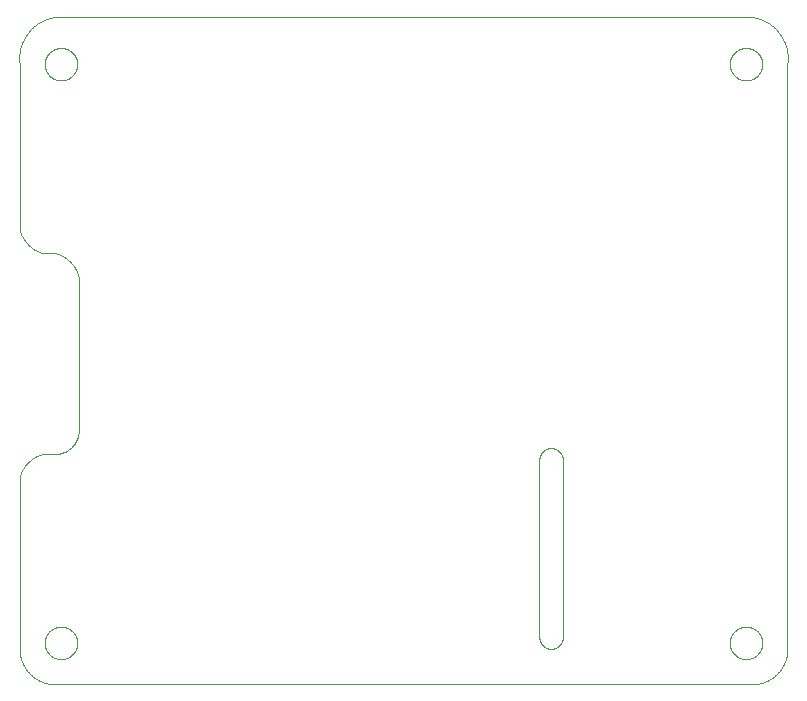
<source format=gtp>
G75*
%MOIN*%
%OFA0B0*%
%FSLAX25Y25*%
%IPPOS*%
%LPD*%
%AMOC8*
5,1,8,0,0,1.08239X$1,22.5*
%
%ADD10C,0.00000*%
D10*
X0033905Y0014811D02*
X0033905Y0071898D01*
X0033962Y0072141D01*
X0034025Y0072383D01*
X0034094Y0072624D01*
X0034169Y0072862D01*
X0034250Y0073099D01*
X0034336Y0073334D01*
X0034428Y0073566D01*
X0034525Y0073797D01*
X0034628Y0074025D01*
X0034736Y0074250D01*
X0034850Y0074473D01*
X0034969Y0074693D01*
X0035093Y0074910D01*
X0035223Y0075124D01*
X0035358Y0075334D01*
X0035497Y0075542D01*
X0035642Y0075746D01*
X0035791Y0075946D01*
X0035946Y0076143D01*
X0036105Y0076336D01*
X0036268Y0076525D01*
X0036436Y0076710D01*
X0036609Y0076891D01*
X0036786Y0077068D01*
X0036967Y0077241D01*
X0037152Y0077409D01*
X0037341Y0077572D01*
X0037534Y0077731D01*
X0037731Y0077886D01*
X0037931Y0078035D01*
X0038135Y0078180D01*
X0038343Y0078319D01*
X0038553Y0078454D01*
X0038767Y0078584D01*
X0038984Y0078708D01*
X0039204Y0078827D01*
X0039427Y0078941D01*
X0039652Y0079049D01*
X0039880Y0079152D01*
X0040111Y0079249D01*
X0040343Y0079341D01*
X0040578Y0079427D01*
X0040815Y0079508D01*
X0041053Y0079583D01*
X0041294Y0079652D01*
X0041536Y0079715D01*
X0041779Y0079772D01*
X0045716Y0079772D01*
X0045906Y0079774D01*
X0046096Y0079781D01*
X0046286Y0079793D01*
X0046476Y0079809D01*
X0046665Y0079829D01*
X0046854Y0079855D01*
X0047042Y0079884D01*
X0047229Y0079919D01*
X0047415Y0079958D01*
X0047600Y0080001D01*
X0047785Y0080049D01*
X0047968Y0080101D01*
X0048149Y0080157D01*
X0048329Y0080218D01*
X0048508Y0080284D01*
X0048685Y0080353D01*
X0048861Y0080427D01*
X0049034Y0080505D01*
X0049206Y0080588D01*
X0049375Y0080674D01*
X0049543Y0080764D01*
X0049708Y0080859D01*
X0049871Y0080957D01*
X0050031Y0081060D01*
X0050189Y0081166D01*
X0050344Y0081276D01*
X0050497Y0081389D01*
X0050647Y0081507D01*
X0050793Y0081628D01*
X0050937Y0081752D01*
X0051078Y0081880D01*
X0051216Y0082011D01*
X0051351Y0082146D01*
X0051482Y0082284D01*
X0051610Y0082425D01*
X0051734Y0082569D01*
X0051855Y0082715D01*
X0051973Y0082865D01*
X0052086Y0083018D01*
X0052196Y0083173D01*
X0052302Y0083331D01*
X0052405Y0083491D01*
X0052503Y0083654D01*
X0052598Y0083819D01*
X0052688Y0083987D01*
X0052774Y0084156D01*
X0052857Y0084328D01*
X0052935Y0084501D01*
X0053009Y0084677D01*
X0053078Y0084854D01*
X0053144Y0085033D01*
X0053205Y0085213D01*
X0053261Y0085394D01*
X0053313Y0085577D01*
X0053361Y0085762D01*
X0053404Y0085947D01*
X0053443Y0086133D01*
X0053478Y0086320D01*
X0053507Y0086508D01*
X0053533Y0086697D01*
X0053553Y0086886D01*
X0053569Y0087076D01*
X0053581Y0087266D01*
X0053588Y0087456D01*
X0053590Y0087646D01*
X0053590Y0107331D01*
X0053590Y0138827D01*
X0053591Y0138827D02*
X0053522Y0139083D01*
X0053446Y0139338D01*
X0053365Y0139590D01*
X0053277Y0139841D01*
X0053184Y0140089D01*
X0053084Y0140336D01*
X0052978Y0140579D01*
X0052867Y0140820D01*
X0052749Y0141058D01*
X0052626Y0141294D01*
X0052498Y0141526D01*
X0052363Y0141755D01*
X0052223Y0141980D01*
X0052078Y0142203D01*
X0051927Y0142421D01*
X0051771Y0142636D01*
X0051610Y0142847D01*
X0051444Y0143054D01*
X0051273Y0143257D01*
X0051097Y0143456D01*
X0050916Y0143651D01*
X0050731Y0143841D01*
X0050541Y0144026D01*
X0050346Y0144207D01*
X0050147Y0144383D01*
X0049944Y0144554D01*
X0049737Y0144720D01*
X0049526Y0144881D01*
X0049311Y0145037D01*
X0049093Y0145188D01*
X0048870Y0145333D01*
X0048645Y0145473D01*
X0048416Y0145608D01*
X0048184Y0145736D01*
X0047948Y0145859D01*
X0047710Y0145977D01*
X0047469Y0146088D01*
X0047226Y0146194D01*
X0046979Y0146294D01*
X0046731Y0146387D01*
X0046480Y0146475D01*
X0046228Y0146556D01*
X0045973Y0146632D01*
X0045717Y0146701D01*
X0045716Y0146701D02*
X0041779Y0146701D01*
X0033905Y0154575D02*
X0033905Y0209693D01*
X0042272Y0209693D02*
X0042274Y0209840D01*
X0042280Y0209986D01*
X0042290Y0210132D01*
X0042304Y0210278D01*
X0042322Y0210424D01*
X0042343Y0210569D01*
X0042369Y0210713D01*
X0042399Y0210857D01*
X0042432Y0210999D01*
X0042469Y0211141D01*
X0042510Y0211282D01*
X0042555Y0211421D01*
X0042604Y0211560D01*
X0042656Y0211697D01*
X0042713Y0211832D01*
X0042772Y0211966D01*
X0042836Y0212098D01*
X0042903Y0212228D01*
X0042973Y0212357D01*
X0043047Y0212484D01*
X0043124Y0212608D01*
X0043205Y0212731D01*
X0043289Y0212851D01*
X0043376Y0212969D01*
X0043466Y0213084D01*
X0043559Y0213197D01*
X0043656Y0213308D01*
X0043755Y0213416D01*
X0043857Y0213521D01*
X0043962Y0213623D01*
X0044070Y0213722D01*
X0044181Y0213819D01*
X0044294Y0213912D01*
X0044409Y0214002D01*
X0044527Y0214089D01*
X0044647Y0214173D01*
X0044770Y0214254D01*
X0044894Y0214331D01*
X0045021Y0214405D01*
X0045150Y0214475D01*
X0045280Y0214542D01*
X0045412Y0214606D01*
X0045546Y0214665D01*
X0045681Y0214722D01*
X0045818Y0214774D01*
X0045957Y0214823D01*
X0046096Y0214868D01*
X0046237Y0214909D01*
X0046379Y0214946D01*
X0046521Y0214979D01*
X0046665Y0215009D01*
X0046809Y0215035D01*
X0046954Y0215056D01*
X0047100Y0215074D01*
X0047246Y0215088D01*
X0047392Y0215098D01*
X0047538Y0215104D01*
X0047685Y0215106D01*
X0047832Y0215104D01*
X0047978Y0215098D01*
X0048124Y0215088D01*
X0048270Y0215074D01*
X0048416Y0215056D01*
X0048561Y0215035D01*
X0048705Y0215009D01*
X0048849Y0214979D01*
X0048991Y0214946D01*
X0049133Y0214909D01*
X0049274Y0214868D01*
X0049413Y0214823D01*
X0049552Y0214774D01*
X0049689Y0214722D01*
X0049824Y0214665D01*
X0049958Y0214606D01*
X0050090Y0214542D01*
X0050220Y0214475D01*
X0050349Y0214405D01*
X0050476Y0214331D01*
X0050600Y0214254D01*
X0050723Y0214173D01*
X0050843Y0214089D01*
X0050961Y0214002D01*
X0051076Y0213912D01*
X0051189Y0213819D01*
X0051300Y0213722D01*
X0051408Y0213623D01*
X0051513Y0213521D01*
X0051615Y0213416D01*
X0051714Y0213308D01*
X0051811Y0213197D01*
X0051904Y0213084D01*
X0051994Y0212969D01*
X0052081Y0212851D01*
X0052165Y0212731D01*
X0052246Y0212608D01*
X0052323Y0212484D01*
X0052397Y0212357D01*
X0052467Y0212228D01*
X0052534Y0212098D01*
X0052598Y0211966D01*
X0052657Y0211832D01*
X0052714Y0211697D01*
X0052766Y0211560D01*
X0052815Y0211421D01*
X0052860Y0211282D01*
X0052901Y0211141D01*
X0052938Y0210999D01*
X0052971Y0210857D01*
X0053001Y0210713D01*
X0053027Y0210569D01*
X0053048Y0210424D01*
X0053066Y0210278D01*
X0053080Y0210132D01*
X0053090Y0209986D01*
X0053096Y0209840D01*
X0053098Y0209693D01*
X0053096Y0209546D01*
X0053090Y0209400D01*
X0053080Y0209254D01*
X0053066Y0209108D01*
X0053048Y0208962D01*
X0053027Y0208817D01*
X0053001Y0208673D01*
X0052971Y0208529D01*
X0052938Y0208387D01*
X0052901Y0208245D01*
X0052860Y0208104D01*
X0052815Y0207965D01*
X0052766Y0207826D01*
X0052714Y0207689D01*
X0052657Y0207554D01*
X0052598Y0207420D01*
X0052534Y0207288D01*
X0052467Y0207158D01*
X0052397Y0207029D01*
X0052323Y0206902D01*
X0052246Y0206778D01*
X0052165Y0206655D01*
X0052081Y0206535D01*
X0051994Y0206417D01*
X0051904Y0206302D01*
X0051811Y0206189D01*
X0051714Y0206078D01*
X0051615Y0205970D01*
X0051513Y0205865D01*
X0051408Y0205763D01*
X0051300Y0205664D01*
X0051189Y0205567D01*
X0051076Y0205474D01*
X0050961Y0205384D01*
X0050843Y0205297D01*
X0050723Y0205213D01*
X0050600Y0205132D01*
X0050476Y0205055D01*
X0050349Y0204981D01*
X0050220Y0204911D01*
X0050090Y0204844D01*
X0049958Y0204780D01*
X0049824Y0204721D01*
X0049689Y0204664D01*
X0049552Y0204612D01*
X0049413Y0204563D01*
X0049274Y0204518D01*
X0049133Y0204477D01*
X0048991Y0204440D01*
X0048849Y0204407D01*
X0048705Y0204377D01*
X0048561Y0204351D01*
X0048416Y0204330D01*
X0048270Y0204312D01*
X0048124Y0204298D01*
X0047978Y0204288D01*
X0047832Y0204282D01*
X0047685Y0204280D01*
X0047538Y0204282D01*
X0047392Y0204288D01*
X0047246Y0204298D01*
X0047100Y0204312D01*
X0046954Y0204330D01*
X0046809Y0204351D01*
X0046665Y0204377D01*
X0046521Y0204407D01*
X0046379Y0204440D01*
X0046237Y0204477D01*
X0046096Y0204518D01*
X0045957Y0204563D01*
X0045818Y0204612D01*
X0045681Y0204664D01*
X0045546Y0204721D01*
X0045412Y0204780D01*
X0045280Y0204844D01*
X0045150Y0204911D01*
X0045021Y0204981D01*
X0044894Y0205055D01*
X0044770Y0205132D01*
X0044647Y0205213D01*
X0044527Y0205297D01*
X0044409Y0205384D01*
X0044294Y0205474D01*
X0044181Y0205567D01*
X0044070Y0205664D01*
X0043962Y0205763D01*
X0043857Y0205865D01*
X0043755Y0205970D01*
X0043656Y0206078D01*
X0043559Y0206189D01*
X0043466Y0206302D01*
X0043376Y0206417D01*
X0043289Y0206535D01*
X0043205Y0206655D01*
X0043124Y0206778D01*
X0043047Y0206902D01*
X0042973Y0207029D01*
X0042903Y0207158D01*
X0042836Y0207288D01*
X0042772Y0207420D01*
X0042713Y0207554D01*
X0042656Y0207689D01*
X0042604Y0207826D01*
X0042555Y0207965D01*
X0042510Y0208104D01*
X0042469Y0208245D01*
X0042432Y0208387D01*
X0042399Y0208529D01*
X0042369Y0208673D01*
X0042343Y0208817D01*
X0042322Y0208962D01*
X0042304Y0209108D01*
X0042290Y0209254D01*
X0042280Y0209400D01*
X0042274Y0209546D01*
X0042272Y0209693D01*
X0033906Y0209693D02*
X0033862Y0210026D01*
X0033827Y0210361D01*
X0033800Y0210696D01*
X0033780Y0211032D01*
X0033769Y0211368D01*
X0033766Y0211704D01*
X0033771Y0212040D01*
X0033784Y0212377D01*
X0033806Y0212712D01*
X0033835Y0213047D01*
X0033873Y0213382D01*
X0033918Y0213715D01*
X0033972Y0214047D01*
X0034034Y0214378D01*
X0034103Y0214707D01*
X0034181Y0215034D01*
X0034266Y0215359D01*
X0034360Y0215682D01*
X0034461Y0216003D01*
X0034569Y0216321D01*
X0034686Y0216637D01*
X0034810Y0216950D01*
X0034941Y0217259D01*
X0035080Y0217566D01*
X0035227Y0217868D01*
X0035380Y0218168D01*
X0035541Y0218463D01*
X0035709Y0218755D01*
X0035884Y0219042D01*
X0036066Y0219325D01*
X0036254Y0219603D01*
X0036450Y0219877D01*
X0036652Y0220146D01*
X0036860Y0220410D01*
X0037074Y0220669D01*
X0037295Y0220923D01*
X0037522Y0221172D01*
X0037755Y0221414D01*
X0037993Y0221652D01*
X0038238Y0221883D01*
X0038487Y0222108D01*
X0038742Y0222327D01*
X0039003Y0222540D01*
X0039268Y0222747D01*
X0039539Y0222947D01*
X0039814Y0223141D01*
X0040093Y0223327D01*
X0040377Y0223507D01*
X0040666Y0223681D01*
X0040958Y0223847D01*
X0041255Y0224006D01*
X0041555Y0224157D01*
X0041859Y0224302D01*
X0042166Y0224439D01*
X0042476Y0224569D01*
X0042790Y0224691D01*
X0043106Y0224805D01*
X0043425Y0224912D01*
X0043746Y0225011D01*
X0044070Y0225102D01*
X0044396Y0225186D01*
X0044724Y0225261D01*
X0045053Y0225329D01*
X0045384Y0225389D01*
X0045717Y0225440D01*
X0045716Y0225441D02*
X0278000Y0225441D01*
X0277999Y0225440D02*
X0278332Y0225389D01*
X0278663Y0225329D01*
X0278992Y0225261D01*
X0279320Y0225186D01*
X0279646Y0225102D01*
X0279970Y0225011D01*
X0280291Y0224912D01*
X0280610Y0224805D01*
X0280926Y0224691D01*
X0281240Y0224569D01*
X0281550Y0224439D01*
X0281857Y0224302D01*
X0282161Y0224157D01*
X0282461Y0224006D01*
X0282758Y0223847D01*
X0283050Y0223681D01*
X0283339Y0223507D01*
X0283623Y0223327D01*
X0283902Y0223141D01*
X0284177Y0222947D01*
X0284448Y0222747D01*
X0284713Y0222540D01*
X0284974Y0222327D01*
X0285229Y0222108D01*
X0285478Y0221883D01*
X0285723Y0221652D01*
X0285961Y0221414D01*
X0286194Y0221172D01*
X0286421Y0220923D01*
X0286642Y0220669D01*
X0286856Y0220410D01*
X0287064Y0220146D01*
X0287266Y0219877D01*
X0287462Y0219603D01*
X0287650Y0219325D01*
X0287832Y0219042D01*
X0288007Y0218755D01*
X0288175Y0218463D01*
X0288336Y0218168D01*
X0288489Y0217868D01*
X0288636Y0217566D01*
X0288775Y0217259D01*
X0288906Y0216950D01*
X0289030Y0216637D01*
X0289147Y0216321D01*
X0289255Y0216003D01*
X0289356Y0215682D01*
X0289450Y0215359D01*
X0289535Y0215034D01*
X0289613Y0214707D01*
X0289682Y0214378D01*
X0289744Y0214047D01*
X0289798Y0213715D01*
X0289843Y0213382D01*
X0289881Y0213047D01*
X0289910Y0212712D01*
X0289932Y0212377D01*
X0289945Y0212040D01*
X0289950Y0211704D01*
X0289947Y0211368D01*
X0289936Y0211032D01*
X0289916Y0210696D01*
X0289889Y0210361D01*
X0289854Y0210026D01*
X0289810Y0209693D01*
X0289811Y0209693D02*
X0289811Y0014811D01*
X0289808Y0014526D01*
X0289797Y0014240D01*
X0289780Y0013955D01*
X0289756Y0013671D01*
X0289725Y0013387D01*
X0289687Y0013104D01*
X0289642Y0012823D01*
X0289591Y0012542D01*
X0289533Y0012262D01*
X0289468Y0011984D01*
X0289396Y0011708D01*
X0289318Y0011434D01*
X0289233Y0011161D01*
X0289141Y0010891D01*
X0289043Y0010623D01*
X0288939Y0010357D01*
X0288828Y0010094D01*
X0288711Y0009834D01*
X0288588Y0009576D01*
X0288458Y0009322D01*
X0288322Y0009071D01*
X0288181Y0008823D01*
X0288033Y0008579D01*
X0287880Y0008338D01*
X0287720Y0008102D01*
X0287555Y0007869D01*
X0287385Y0007640D01*
X0287209Y0007415D01*
X0287027Y0007195D01*
X0286841Y0006979D01*
X0286649Y0006768D01*
X0286452Y0006561D01*
X0286250Y0006359D01*
X0286043Y0006162D01*
X0285832Y0005970D01*
X0285616Y0005784D01*
X0285396Y0005602D01*
X0285171Y0005426D01*
X0284942Y0005256D01*
X0284709Y0005091D01*
X0284473Y0004931D01*
X0284232Y0004778D01*
X0283988Y0004630D01*
X0283740Y0004489D01*
X0283489Y0004353D01*
X0283235Y0004223D01*
X0282977Y0004100D01*
X0282717Y0003983D01*
X0282454Y0003872D01*
X0282188Y0003768D01*
X0281920Y0003670D01*
X0281650Y0003578D01*
X0281377Y0003493D01*
X0281103Y0003415D01*
X0280827Y0003343D01*
X0280549Y0003278D01*
X0280269Y0003220D01*
X0279988Y0003169D01*
X0279707Y0003124D01*
X0279424Y0003086D01*
X0279140Y0003055D01*
X0278856Y0003031D01*
X0278571Y0003014D01*
X0278285Y0003003D01*
X0278000Y0003000D01*
X0045716Y0003000D01*
X0045431Y0003003D01*
X0045145Y0003014D01*
X0044860Y0003031D01*
X0044576Y0003055D01*
X0044292Y0003086D01*
X0044009Y0003124D01*
X0043728Y0003169D01*
X0043447Y0003220D01*
X0043167Y0003278D01*
X0042889Y0003343D01*
X0042613Y0003415D01*
X0042339Y0003493D01*
X0042066Y0003578D01*
X0041796Y0003670D01*
X0041528Y0003768D01*
X0041262Y0003872D01*
X0040999Y0003983D01*
X0040739Y0004100D01*
X0040481Y0004223D01*
X0040227Y0004353D01*
X0039976Y0004489D01*
X0039728Y0004630D01*
X0039484Y0004778D01*
X0039243Y0004931D01*
X0039007Y0005091D01*
X0038774Y0005256D01*
X0038545Y0005426D01*
X0038320Y0005602D01*
X0038100Y0005784D01*
X0037884Y0005970D01*
X0037673Y0006162D01*
X0037466Y0006359D01*
X0037264Y0006561D01*
X0037067Y0006768D01*
X0036875Y0006979D01*
X0036689Y0007195D01*
X0036507Y0007415D01*
X0036331Y0007640D01*
X0036161Y0007869D01*
X0035996Y0008102D01*
X0035836Y0008338D01*
X0035683Y0008579D01*
X0035535Y0008823D01*
X0035394Y0009071D01*
X0035258Y0009322D01*
X0035128Y0009576D01*
X0035005Y0009834D01*
X0034888Y0010094D01*
X0034777Y0010357D01*
X0034673Y0010623D01*
X0034575Y0010891D01*
X0034483Y0011161D01*
X0034398Y0011434D01*
X0034320Y0011708D01*
X0034248Y0011984D01*
X0034183Y0012262D01*
X0034125Y0012542D01*
X0034074Y0012823D01*
X0034029Y0013104D01*
X0033991Y0013387D01*
X0033960Y0013671D01*
X0033936Y0013955D01*
X0033919Y0014240D01*
X0033908Y0014526D01*
X0033905Y0014811D01*
X0042272Y0016780D02*
X0042274Y0016927D01*
X0042280Y0017073D01*
X0042290Y0017219D01*
X0042304Y0017365D01*
X0042322Y0017511D01*
X0042343Y0017656D01*
X0042369Y0017800D01*
X0042399Y0017944D01*
X0042432Y0018086D01*
X0042469Y0018228D01*
X0042510Y0018369D01*
X0042555Y0018508D01*
X0042604Y0018647D01*
X0042656Y0018784D01*
X0042713Y0018919D01*
X0042772Y0019053D01*
X0042836Y0019185D01*
X0042903Y0019315D01*
X0042973Y0019444D01*
X0043047Y0019571D01*
X0043124Y0019695D01*
X0043205Y0019818D01*
X0043289Y0019938D01*
X0043376Y0020056D01*
X0043466Y0020171D01*
X0043559Y0020284D01*
X0043656Y0020395D01*
X0043755Y0020503D01*
X0043857Y0020608D01*
X0043962Y0020710D01*
X0044070Y0020809D01*
X0044181Y0020906D01*
X0044294Y0020999D01*
X0044409Y0021089D01*
X0044527Y0021176D01*
X0044647Y0021260D01*
X0044770Y0021341D01*
X0044894Y0021418D01*
X0045021Y0021492D01*
X0045150Y0021562D01*
X0045280Y0021629D01*
X0045412Y0021693D01*
X0045546Y0021752D01*
X0045681Y0021809D01*
X0045818Y0021861D01*
X0045957Y0021910D01*
X0046096Y0021955D01*
X0046237Y0021996D01*
X0046379Y0022033D01*
X0046521Y0022066D01*
X0046665Y0022096D01*
X0046809Y0022122D01*
X0046954Y0022143D01*
X0047100Y0022161D01*
X0047246Y0022175D01*
X0047392Y0022185D01*
X0047538Y0022191D01*
X0047685Y0022193D01*
X0047832Y0022191D01*
X0047978Y0022185D01*
X0048124Y0022175D01*
X0048270Y0022161D01*
X0048416Y0022143D01*
X0048561Y0022122D01*
X0048705Y0022096D01*
X0048849Y0022066D01*
X0048991Y0022033D01*
X0049133Y0021996D01*
X0049274Y0021955D01*
X0049413Y0021910D01*
X0049552Y0021861D01*
X0049689Y0021809D01*
X0049824Y0021752D01*
X0049958Y0021693D01*
X0050090Y0021629D01*
X0050220Y0021562D01*
X0050349Y0021492D01*
X0050476Y0021418D01*
X0050600Y0021341D01*
X0050723Y0021260D01*
X0050843Y0021176D01*
X0050961Y0021089D01*
X0051076Y0020999D01*
X0051189Y0020906D01*
X0051300Y0020809D01*
X0051408Y0020710D01*
X0051513Y0020608D01*
X0051615Y0020503D01*
X0051714Y0020395D01*
X0051811Y0020284D01*
X0051904Y0020171D01*
X0051994Y0020056D01*
X0052081Y0019938D01*
X0052165Y0019818D01*
X0052246Y0019695D01*
X0052323Y0019571D01*
X0052397Y0019444D01*
X0052467Y0019315D01*
X0052534Y0019185D01*
X0052598Y0019053D01*
X0052657Y0018919D01*
X0052714Y0018784D01*
X0052766Y0018647D01*
X0052815Y0018508D01*
X0052860Y0018369D01*
X0052901Y0018228D01*
X0052938Y0018086D01*
X0052971Y0017944D01*
X0053001Y0017800D01*
X0053027Y0017656D01*
X0053048Y0017511D01*
X0053066Y0017365D01*
X0053080Y0017219D01*
X0053090Y0017073D01*
X0053096Y0016927D01*
X0053098Y0016780D01*
X0053096Y0016633D01*
X0053090Y0016487D01*
X0053080Y0016341D01*
X0053066Y0016195D01*
X0053048Y0016049D01*
X0053027Y0015904D01*
X0053001Y0015760D01*
X0052971Y0015616D01*
X0052938Y0015474D01*
X0052901Y0015332D01*
X0052860Y0015191D01*
X0052815Y0015052D01*
X0052766Y0014913D01*
X0052714Y0014776D01*
X0052657Y0014641D01*
X0052598Y0014507D01*
X0052534Y0014375D01*
X0052467Y0014245D01*
X0052397Y0014116D01*
X0052323Y0013989D01*
X0052246Y0013865D01*
X0052165Y0013742D01*
X0052081Y0013622D01*
X0051994Y0013504D01*
X0051904Y0013389D01*
X0051811Y0013276D01*
X0051714Y0013165D01*
X0051615Y0013057D01*
X0051513Y0012952D01*
X0051408Y0012850D01*
X0051300Y0012751D01*
X0051189Y0012654D01*
X0051076Y0012561D01*
X0050961Y0012471D01*
X0050843Y0012384D01*
X0050723Y0012300D01*
X0050600Y0012219D01*
X0050476Y0012142D01*
X0050349Y0012068D01*
X0050220Y0011998D01*
X0050090Y0011931D01*
X0049958Y0011867D01*
X0049824Y0011808D01*
X0049689Y0011751D01*
X0049552Y0011699D01*
X0049413Y0011650D01*
X0049274Y0011605D01*
X0049133Y0011564D01*
X0048991Y0011527D01*
X0048849Y0011494D01*
X0048705Y0011464D01*
X0048561Y0011438D01*
X0048416Y0011417D01*
X0048270Y0011399D01*
X0048124Y0011385D01*
X0047978Y0011375D01*
X0047832Y0011369D01*
X0047685Y0011367D01*
X0047538Y0011369D01*
X0047392Y0011375D01*
X0047246Y0011385D01*
X0047100Y0011399D01*
X0046954Y0011417D01*
X0046809Y0011438D01*
X0046665Y0011464D01*
X0046521Y0011494D01*
X0046379Y0011527D01*
X0046237Y0011564D01*
X0046096Y0011605D01*
X0045957Y0011650D01*
X0045818Y0011699D01*
X0045681Y0011751D01*
X0045546Y0011808D01*
X0045412Y0011867D01*
X0045280Y0011931D01*
X0045150Y0011998D01*
X0045021Y0012068D01*
X0044894Y0012142D01*
X0044770Y0012219D01*
X0044647Y0012300D01*
X0044527Y0012384D01*
X0044409Y0012471D01*
X0044294Y0012561D01*
X0044181Y0012654D01*
X0044070Y0012751D01*
X0043962Y0012850D01*
X0043857Y0012952D01*
X0043755Y0013057D01*
X0043656Y0013165D01*
X0043559Y0013276D01*
X0043466Y0013389D01*
X0043376Y0013504D01*
X0043289Y0013622D01*
X0043205Y0013742D01*
X0043124Y0013865D01*
X0043047Y0013989D01*
X0042973Y0014116D01*
X0042903Y0014245D01*
X0042836Y0014375D01*
X0042772Y0014507D01*
X0042713Y0014641D01*
X0042656Y0014776D01*
X0042604Y0014913D01*
X0042555Y0015052D01*
X0042510Y0015191D01*
X0042469Y0015332D01*
X0042432Y0015474D01*
X0042399Y0015616D01*
X0042369Y0015760D01*
X0042343Y0015904D01*
X0042322Y0016049D01*
X0042304Y0016195D01*
X0042290Y0016341D01*
X0042280Y0016487D01*
X0042274Y0016633D01*
X0042272Y0016780D01*
X0207134Y0018748D02*
X0207134Y0077803D01*
X0207136Y0077927D01*
X0207142Y0078050D01*
X0207151Y0078174D01*
X0207165Y0078296D01*
X0207182Y0078419D01*
X0207204Y0078541D01*
X0207229Y0078662D01*
X0207258Y0078782D01*
X0207290Y0078901D01*
X0207327Y0079020D01*
X0207367Y0079137D01*
X0207410Y0079252D01*
X0207458Y0079367D01*
X0207509Y0079479D01*
X0207563Y0079590D01*
X0207621Y0079700D01*
X0207682Y0079807D01*
X0207747Y0079913D01*
X0207815Y0080016D01*
X0207886Y0080117D01*
X0207960Y0080216D01*
X0208037Y0080313D01*
X0208118Y0080407D01*
X0208201Y0080498D01*
X0208287Y0080587D01*
X0208376Y0080673D01*
X0208467Y0080756D01*
X0208561Y0080837D01*
X0208658Y0080914D01*
X0208757Y0080988D01*
X0208858Y0081059D01*
X0208961Y0081127D01*
X0209067Y0081192D01*
X0209174Y0081253D01*
X0209284Y0081311D01*
X0209395Y0081365D01*
X0209507Y0081416D01*
X0209622Y0081464D01*
X0209737Y0081507D01*
X0209854Y0081547D01*
X0209973Y0081584D01*
X0210092Y0081616D01*
X0210212Y0081645D01*
X0210333Y0081670D01*
X0210455Y0081692D01*
X0210578Y0081709D01*
X0210700Y0081723D01*
X0210824Y0081732D01*
X0210947Y0081738D01*
X0211071Y0081740D01*
X0211195Y0081738D01*
X0211318Y0081732D01*
X0211442Y0081723D01*
X0211564Y0081709D01*
X0211687Y0081692D01*
X0211809Y0081670D01*
X0211930Y0081645D01*
X0212050Y0081616D01*
X0212169Y0081584D01*
X0212288Y0081547D01*
X0212405Y0081507D01*
X0212520Y0081464D01*
X0212635Y0081416D01*
X0212747Y0081365D01*
X0212858Y0081311D01*
X0212968Y0081253D01*
X0213075Y0081192D01*
X0213181Y0081127D01*
X0213284Y0081059D01*
X0213385Y0080988D01*
X0213484Y0080914D01*
X0213581Y0080837D01*
X0213675Y0080756D01*
X0213766Y0080673D01*
X0213855Y0080587D01*
X0213941Y0080498D01*
X0214024Y0080407D01*
X0214105Y0080313D01*
X0214182Y0080216D01*
X0214256Y0080117D01*
X0214327Y0080016D01*
X0214395Y0079913D01*
X0214460Y0079807D01*
X0214521Y0079700D01*
X0214579Y0079590D01*
X0214633Y0079479D01*
X0214684Y0079367D01*
X0214732Y0079252D01*
X0214775Y0079137D01*
X0214815Y0079020D01*
X0214852Y0078901D01*
X0214884Y0078782D01*
X0214913Y0078662D01*
X0214938Y0078541D01*
X0214960Y0078419D01*
X0214977Y0078296D01*
X0214991Y0078174D01*
X0215000Y0078050D01*
X0215006Y0077927D01*
X0215008Y0077803D01*
X0215008Y0018748D01*
X0211071Y0014811D02*
X0210947Y0014813D01*
X0210824Y0014819D01*
X0210700Y0014828D01*
X0210578Y0014842D01*
X0210455Y0014859D01*
X0210333Y0014881D01*
X0210212Y0014906D01*
X0210092Y0014935D01*
X0209973Y0014967D01*
X0209854Y0015004D01*
X0209737Y0015044D01*
X0209622Y0015087D01*
X0209507Y0015135D01*
X0209395Y0015186D01*
X0209284Y0015240D01*
X0209174Y0015298D01*
X0209067Y0015359D01*
X0208961Y0015424D01*
X0208858Y0015492D01*
X0208757Y0015563D01*
X0208658Y0015637D01*
X0208561Y0015714D01*
X0208467Y0015795D01*
X0208376Y0015878D01*
X0208287Y0015964D01*
X0208201Y0016053D01*
X0208118Y0016144D01*
X0208037Y0016238D01*
X0207960Y0016335D01*
X0207886Y0016434D01*
X0207815Y0016535D01*
X0207747Y0016638D01*
X0207682Y0016744D01*
X0207621Y0016851D01*
X0207563Y0016961D01*
X0207509Y0017072D01*
X0207458Y0017184D01*
X0207410Y0017299D01*
X0207367Y0017414D01*
X0207327Y0017531D01*
X0207290Y0017650D01*
X0207258Y0017769D01*
X0207229Y0017889D01*
X0207204Y0018010D01*
X0207182Y0018132D01*
X0207165Y0018255D01*
X0207151Y0018377D01*
X0207142Y0018501D01*
X0207136Y0018624D01*
X0207134Y0018748D01*
X0211071Y0014811D02*
X0211195Y0014813D01*
X0211318Y0014819D01*
X0211442Y0014828D01*
X0211564Y0014842D01*
X0211687Y0014859D01*
X0211809Y0014881D01*
X0211930Y0014906D01*
X0212050Y0014935D01*
X0212169Y0014967D01*
X0212288Y0015004D01*
X0212405Y0015044D01*
X0212520Y0015087D01*
X0212635Y0015135D01*
X0212747Y0015186D01*
X0212858Y0015240D01*
X0212968Y0015298D01*
X0213075Y0015359D01*
X0213181Y0015424D01*
X0213284Y0015492D01*
X0213385Y0015563D01*
X0213484Y0015637D01*
X0213581Y0015714D01*
X0213675Y0015795D01*
X0213766Y0015878D01*
X0213855Y0015964D01*
X0213941Y0016053D01*
X0214024Y0016144D01*
X0214105Y0016238D01*
X0214182Y0016335D01*
X0214256Y0016434D01*
X0214327Y0016535D01*
X0214395Y0016638D01*
X0214460Y0016744D01*
X0214521Y0016851D01*
X0214579Y0016961D01*
X0214633Y0017072D01*
X0214684Y0017184D01*
X0214732Y0017299D01*
X0214775Y0017414D01*
X0214815Y0017531D01*
X0214852Y0017650D01*
X0214884Y0017769D01*
X0214913Y0017889D01*
X0214938Y0018010D01*
X0214960Y0018132D01*
X0214977Y0018255D01*
X0214991Y0018377D01*
X0215000Y0018501D01*
X0215006Y0018624D01*
X0215008Y0018748D01*
X0270618Y0016780D02*
X0270620Y0016927D01*
X0270626Y0017073D01*
X0270636Y0017219D01*
X0270650Y0017365D01*
X0270668Y0017511D01*
X0270689Y0017656D01*
X0270715Y0017800D01*
X0270745Y0017944D01*
X0270778Y0018086D01*
X0270815Y0018228D01*
X0270856Y0018369D01*
X0270901Y0018508D01*
X0270950Y0018647D01*
X0271002Y0018784D01*
X0271059Y0018919D01*
X0271118Y0019053D01*
X0271182Y0019185D01*
X0271249Y0019315D01*
X0271319Y0019444D01*
X0271393Y0019571D01*
X0271470Y0019695D01*
X0271551Y0019818D01*
X0271635Y0019938D01*
X0271722Y0020056D01*
X0271812Y0020171D01*
X0271905Y0020284D01*
X0272002Y0020395D01*
X0272101Y0020503D01*
X0272203Y0020608D01*
X0272308Y0020710D01*
X0272416Y0020809D01*
X0272527Y0020906D01*
X0272640Y0020999D01*
X0272755Y0021089D01*
X0272873Y0021176D01*
X0272993Y0021260D01*
X0273116Y0021341D01*
X0273240Y0021418D01*
X0273367Y0021492D01*
X0273496Y0021562D01*
X0273626Y0021629D01*
X0273758Y0021693D01*
X0273892Y0021752D01*
X0274027Y0021809D01*
X0274164Y0021861D01*
X0274303Y0021910D01*
X0274442Y0021955D01*
X0274583Y0021996D01*
X0274725Y0022033D01*
X0274867Y0022066D01*
X0275011Y0022096D01*
X0275155Y0022122D01*
X0275300Y0022143D01*
X0275446Y0022161D01*
X0275592Y0022175D01*
X0275738Y0022185D01*
X0275884Y0022191D01*
X0276031Y0022193D01*
X0276178Y0022191D01*
X0276324Y0022185D01*
X0276470Y0022175D01*
X0276616Y0022161D01*
X0276762Y0022143D01*
X0276907Y0022122D01*
X0277051Y0022096D01*
X0277195Y0022066D01*
X0277337Y0022033D01*
X0277479Y0021996D01*
X0277620Y0021955D01*
X0277759Y0021910D01*
X0277898Y0021861D01*
X0278035Y0021809D01*
X0278170Y0021752D01*
X0278304Y0021693D01*
X0278436Y0021629D01*
X0278566Y0021562D01*
X0278695Y0021492D01*
X0278822Y0021418D01*
X0278946Y0021341D01*
X0279069Y0021260D01*
X0279189Y0021176D01*
X0279307Y0021089D01*
X0279422Y0020999D01*
X0279535Y0020906D01*
X0279646Y0020809D01*
X0279754Y0020710D01*
X0279859Y0020608D01*
X0279961Y0020503D01*
X0280060Y0020395D01*
X0280157Y0020284D01*
X0280250Y0020171D01*
X0280340Y0020056D01*
X0280427Y0019938D01*
X0280511Y0019818D01*
X0280592Y0019695D01*
X0280669Y0019571D01*
X0280743Y0019444D01*
X0280813Y0019315D01*
X0280880Y0019185D01*
X0280944Y0019053D01*
X0281003Y0018919D01*
X0281060Y0018784D01*
X0281112Y0018647D01*
X0281161Y0018508D01*
X0281206Y0018369D01*
X0281247Y0018228D01*
X0281284Y0018086D01*
X0281317Y0017944D01*
X0281347Y0017800D01*
X0281373Y0017656D01*
X0281394Y0017511D01*
X0281412Y0017365D01*
X0281426Y0017219D01*
X0281436Y0017073D01*
X0281442Y0016927D01*
X0281444Y0016780D01*
X0281442Y0016633D01*
X0281436Y0016487D01*
X0281426Y0016341D01*
X0281412Y0016195D01*
X0281394Y0016049D01*
X0281373Y0015904D01*
X0281347Y0015760D01*
X0281317Y0015616D01*
X0281284Y0015474D01*
X0281247Y0015332D01*
X0281206Y0015191D01*
X0281161Y0015052D01*
X0281112Y0014913D01*
X0281060Y0014776D01*
X0281003Y0014641D01*
X0280944Y0014507D01*
X0280880Y0014375D01*
X0280813Y0014245D01*
X0280743Y0014116D01*
X0280669Y0013989D01*
X0280592Y0013865D01*
X0280511Y0013742D01*
X0280427Y0013622D01*
X0280340Y0013504D01*
X0280250Y0013389D01*
X0280157Y0013276D01*
X0280060Y0013165D01*
X0279961Y0013057D01*
X0279859Y0012952D01*
X0279754Y0012850D01*
X0279646Y0012751D01*
X0279535Y0012654D01*
X0279422Y0012561D01*
X0279307Y0012471D01*
X0279189Y0012384D01*
X0279069Y0012300D01*
X0278946Y0012219D01*
X0278822Y0012142D01*
X0278695Y0012068D01*
X0278566Y0011998D01*
X0278436Y0011931D01*
X0278304Y0011867D01*
X0278170Y0011808D01*
X0278035Y0011751D01*
X0277898Y0011699D01*
X0277759Y0011650D01*
X0277620Y0011605D01*
X0277479Y0011564D01*
X0277337Y0011527D01*
X0277195Y0011494D01*
X0277051Y0011464D01*
X0276907Y0011438D01*
X0276762Y0011417D01*
X0276616Y0011399D01*
X0276470Y0011385D01*
X0276324Y0011375D01*
X0276178Y0011369D01*
X0276031Y0011367D01*
X0275884Y0011369D01*
X0275738Y0011375D01*
X0275592Y0011385D01*
X0275446Y0011399D01*
X0275300Y0011417D01*
X0275155Y0011438D01*
X0275011Y0011464D01*
X0274867Y0011494D01*
X0274725Y0011527D01*
X0274583Y0011564D01*
X0274442Y0011605D01*
X0274303Y0011650D01*
X0274164Y0011699D01*
X0274027Y0011751D01*
X0273892Y0011808D01*
X0273758Y0011867D01*
X0273626Y0011931D01*
X0273496Y0011998D01*
X0273367Y0012068D01*
X0273240Y0012142D01*
X0273116Y0012219D01*
X0272993Y0012300D01*
X0272873Y0012384D01*
X0272755Y0012471D01*
X0272640Y0012561D01*
X0272527Y0012654D01*
X0272416Y0012751D01*
X0272308Y0012850D01*
X0272203Y0012952D01*
X0272101Y0013057D01*
X0272002Y0013165D01*
X0271905Y0013276D01*
X0271812Y0013389D01*
X0271722Y0013504D01*
X0271635Y0013622D01*
X0271551Y0013742D01*
X0271470Y0013865D01*
X0271393Y0013989D01*
X0271319Y0014116D01*
X0271249Y0014245D01*
X0271182Y0014375D01*
X0271118Y0014507D01*
X0271059Y0014641D01*
X0271002Y0014776D01*
X0270950Y0014913D01*
X0270901Y0015052D01*
X0270856Y0015191D01*
X0270815Y0015332D01*
X0270778Y0015474D01*
X0270745Y0015616D01*
X0270715Y0015760D01*
X0270689Y0015904D01*
X0270668Y0016049D01*
X0270650Y0016195D01*
X0270636Y0016341D01*
X0270626Y0016487D01*
X0270620Y0016633D01*
X0270618Y0016780D01*
X0041779Y0146700D02*
X0041523Y0146769D01*
X0041268Y0146845D01*
X0041016Y0146926D01*
X0040765Y0147014D01*
X0040517Y0147107D01*
X0040270Y0147207D01*
X0040027Y0147313D01*
X0039786Y0147424D01*
X0039548Y0147542D01*
X0039312Y0147665D01*
X0039080Y0147793D01*
X0038851Y0147928D01*
X0038626Y0148068D01*
X0038403Y0148213D01*
X0038185Y0148364D01*
X0037970Y0148520D01*
X0037759Y0148681D01*
X0037552Y0148847D01*
X0037349Y0149018D01*
X0037150Y0149194D01*
X0036955Y0149375D01*
X0036765Y0149560D01*
X0036580Y0149750D01*
X0036399Y0149945D01*
X0036223Y0150144D01*
X0036052Y0150347D01*
X0035886Y0150554D01*
X0035725Y0150765D01*
X0035569Y0150980D01*
X0035418Y0151198D01*
X0035273Y0151421D01*
X0035133Y0151646D01*
X0034998Y0151875D01*
X0034870Y0152107D01*
X0034747Y0152343D01*
X0034629Y0152581D01*
X0034518Y0152822D01*
X0034412Y0153065D01*
X0034312Y0153312D01*
X0034219Y0153560D01*
X0034131Y0153811D01*
X0034050Y0154063D01*
X0033974Y0154318D01*
X0033905Y0154574D01*
X0270618Y0209693D02*
X0270620Y0209840D01*
X0270626Y0209986D01*
X0270636Y0210132D01*
X0270650Y0210278D01*
X0270668Y0210424D01*
X0270689Y0210569D01*
X0270715Y0210713D01*
X0270745Y0210857D01*
X0270778Y0210999D01*
X0270815Y0211141D01*
X0270856Y0211282D01*
X0270901Y0211421D01*
X0270950Y0211560D01*
X0271002Y0211697D01*
X0271059Y0211832D01*
X0271118Y0211966D01*
X0271182Y0212098D01*
X0271249Y0212228D01*
X0271319Y0212357D01*
X0271393Y0212484D01*
X0271470Y0212608D01*
X0271551Y0212731D01*
X0271635Y0212851D01*
X0271722Y0212969D01*
X0271812Y0213084D01*
X0271905Y0213197D01*
X0272002Y0213308D01*
X0272101Y0213416D01*
X0272203Y0213521D01*
X0272308Y0213623D01*
X0272416Y0213722D01*
X0272527Y0213819D01*
X0272640Y0213912D01*
X0272755Y0214002D01*
X0272873Y0214089D01*
X0272993Y0214173D01*
X0273116Y0214254D01*
X0273240Y0214331D01*
X0273367Y0214405D01*
X0273496Y0214475D01*
X0273626Y0214542D01*
X0273758Y0214606D01*
X0273892Y0214665D01*
X0274027Y0214722D01*
X0274164Y0214774D01*
X0274303Y0214823D01*
X0274442Y0214868D01*
X0274583Y0214909D01*
X0274725Y0214946D01*
X0274867Y0214979D01*
X0275011Y0215009D01*
X0275155Y0215035D01*
X0275300Y0215056D01*
X0275446Y0215074D01*
X0275592Y0215088D01*
X0275738Y0215098D01*
X0275884Y0215104D01*
X0276031Y0215106D01*
X0276178Y0215104D01*
X0276324Y0215098D01*
X0276470Y0215088D01*
X0276616Y0215074D01*
X0276762Y0215056D01*
X0276907Y0215035D01*
X0277051Y0215009D01*
X0277195Y0214979D01*
X0277337Y0214946D01*
X0277479Y0214909D01*
X0277620Y0214868D01*
X0277759Y0214823D01*
X0277898Y0214774D01*
X0278035Y0214722D01*
X0278170Y0214665D01*
X0278304Y0214606D01*
X0278436Y0214542D01*
X0278566Y0214475D01*
X0278695Y0214405D01*
X0278822Y0214331D01*
X0278946Y0214254D01*
X0279069Y0214173D01*
X0279189Y0214089D01*
X0279307Y0214002D01*
X0279422Y0213912D01*
X0279535Y0213819D01*
X0279646Y0213722D01*
X0279754Y0213623D01*
X0279859Y0213521D01*
X0279961Y0213416D01*
X0280060Y0213308D01*
X0280157Y0213197D01*
X0280250Y0213084D01*
X0280340Y0212969D01*
X0280427Y0212851D01*
X0280511Y0212731D01*
X0280592Y0212608D01*
X0280669Y0212484D01*
X0280743Y0212357D01*
X0280813Y0212228D01*
X0280880Y0212098D01*
X0280944Y0211966D01*
X0281003Y0211832D01*
X0281060Y0211697D01*
X0281112Y0211560D01*
X0281161Y0211421D01*
X0281206Y0211282D01*
X0281247Y0211141D01*
X0281284Y0210999D01*
X0281317Y0210857D01*
X0281347Y0210713D01*
X0281373Y0210569D01*
X0281394Y0210424D01*
X0281412Y0210278D01*
X0281426Y0210132D01*
X0281436Y0209986D01*
X0281442Y0209840D01*
X0281444Y0209693D01*
X0281442Y0209546D01*
X0281436Y0209400D01*
X0281426Y0209254D01*
X0281412Y0209108D01*
X0281394Y0208962D01*
X0281373Y0208817D01*
X0281347Y0208673D01*
X0281317Y0208529D01*
X0281284Y0208387D01*
X0281247Y0208245D01*
X0281206Y0208104D01*
X0281161Y0207965D01*
X0281112Y0207826D01*
X0281060Y0207689D01*
X0281003Y0207554D01*
X0280944Y0207420D01*
X0280880Y0207288D01*
X0280813Y0207158D01*
X0280743Y0207029D01*
X0280669Y0206902D01*
X0280592Y0206778D01*
X0280511Y0206655D01*
X0280427Y0206535D01*
X0280340Y0206417D01*
X0280250Y0206302D01*
X0280157Y0206189D01*
X0280060Y0206078D01*
X0279961Y0205970D01*
X0279859Y0205865D01*
X0279754Y0205763D01*
X0279646Y0205664D01*
X0279535Y0205567D01*
X0279422Y0205474D01*
X0279307Y0205384D01*
X0279189Y0205297D01*
X0279069Y0205213D01*
X0278946Y0205132D01*
X0278822Y0205055D01*
X0278695Y0204981D01*
X0278566Y0204911D01*
X0278436Y0204844D01*
X0278304Y0204780D01*
X0278170Y0204721D01*
X0278035Y0204664D01*
X0277898Y0204612D01*
X0277759Y0204563D01*
X0277620Y0204518D01*
X0277479Y0204477D01*
X0277337Y0204440D01*
X0277195Y0204407D01*
X0277051Y0204377D01*
X0276907Y0204351D01*
X0276762Y0204330D01*
X0276616Y0204312D01*
X0276470Y0204298D01*
X0276324Y0204288D01*
X0276178Y0204282D01*
X0276031Y0204280D01*
X0275884Y0204282D01*
X0275738Y0204288D01*
X0275592Y0204298D01*
X0275446Y0204312D01*
X0275300Y0204330D01*
X0275155Y0204351D01*
X0275011Y0204377D01*
X0274867Y0204407D01*
X0274725Y0204440D01*
X0274583Y0204477D01*
X0274442Y0204518D01*
X0274303Y0204563D01*
X0274164Y0204612D01*
X0274027Y0204664D01*
X0273892Y0204721D01*
X0273758Y0204780D01*
X0273626Y0204844D01*
X0273496Y0204911D01*
X0273367Y0204981D01*
X0273240Y0205055D01*
X0273116Y0205132D01*
X0272993Y0205213D01*
X0272873Y0205297D01*
X0272755Y0205384D01*
X0272640Y0205474D01*
X0272527Y0205567D01*
X0272416Y0205664D01*
X0272308Y0205763D01*
X0272203Y0205865D01*
X0272101Y0205970D01*
X0272002Y0206078D01*
X0271905Y0206189D01*
X0271812Y0206302D01*
X0271722Y0206417D01*
X0271635Y0206535D01*
X0271551Y0206655D01*
X0271470Y0206778D01*
X0271393Y0206902D01*
X0271319Y0207029D01*
X0271249Y0207158D01*
X0271182Y0207288D01*
X0271118Y0207420D01*
X0271059Y0207554D01*
X0271002Y0207689D01*
X0270950Y0207826D01*
X0270901Y0207965D01*
X0270856Y0208104D01*
X0270815Y0208245D01*
X0270778Y0208387D01*
X0270745Y0208529D01*
X0270715Y0208673D01*
X0270689Y0208817D01*
X0270668Y0208962D01*
X0270650Y0209108D01*
X0270636Y0209254D01*
X0270626Y0209400D01*
X0270620Y0209546D01*
X0270618Y0209693D01*
M02*

</source>
